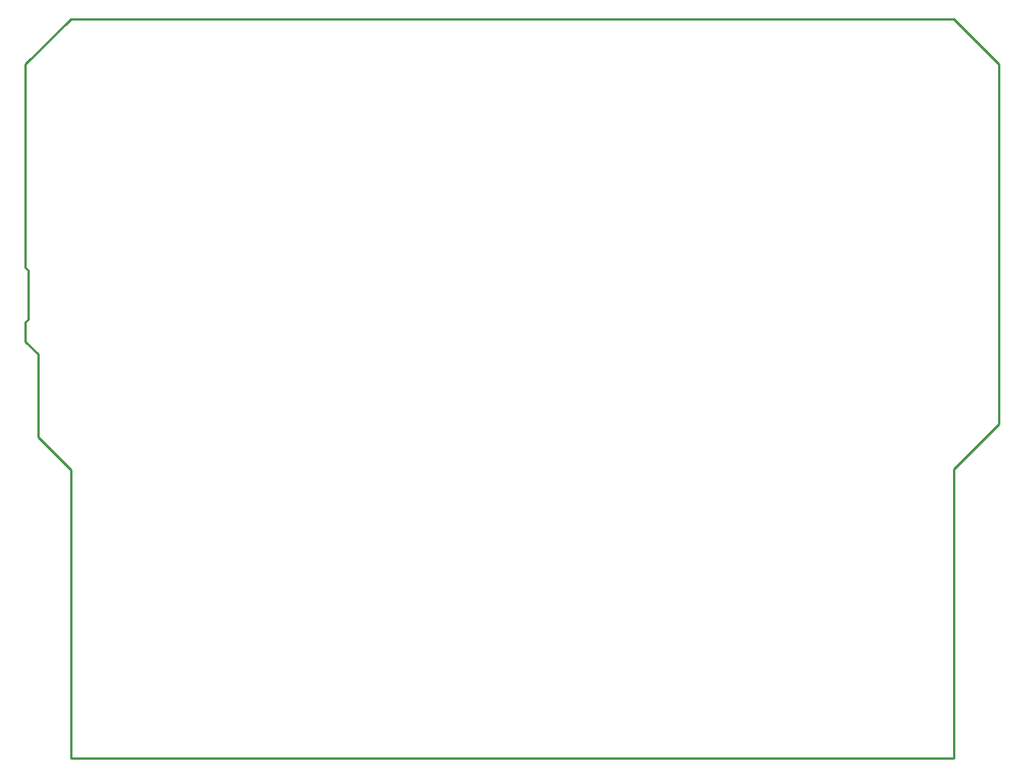
<source format=gbr>
%TF.GenerationSoftware,KiCad,Pcbnew,9.0.7*%
%TF.CreationDate,2026-02-04T16:30:55+00:00*%
%TF.ProjectId,FED3 tester - support,46454433-2074-4657-9374-6572202d2073,rev?*%
%TF.SameCoordinates,PX6146580PY6dc4960*%
%TF.FileFunction,Legend,Bot*%
%TF.FilePolarity,Positive*%
%FSLAX46Y46*%
G04 Gerber Fmt 4.6, Leading zero omitted, Abs format (unit mm)*
G04 Created by KiCad (PCBNEW 9.0.7) date 2026-02-04 16:30:55*
%MOMM*%
%LPD*%
G01*
G04 APERTURE LIST*
%TA.AperFunction,Profile*%
%ADD10C,0.250000*%
%TD*%
G04 APERTURE END LIST*
D10*
X-3600000Y35650000D02*
X-3600000Y44850000D01*
X98000000Y82050000D02*
X103000000Y77050000D01*
X-4720000Y54170000D02*
X-5000000Y54450000D01*
X-5000000Y77050000D02*
X0Y82050000D01*
X-4720000Y48730000D02*
X-4720000Y54170000D01*
X-5000000Y54450000D02*
X-5000000Y77050000D01*
X36000000Y82050000D02*
X62000000Y82050000D01*
X-5000000Y48450000D02*
X-4720000Y48730000D01*
X98000000Y32100000D02*
X98000000Y0D01*
X103000000Y37100000D02*
X98000000Y32100000D01*
X0Y32050000D02*
X-3600000Y35650000D01*
X0Y82050000D02*
X36000000Y82050000D01*
X-5000000Y46250000D02*
X-5000000Y48450000D01*
X103000000Y77050000D02*
X103000000Y37100000D01*
X98000000Y0D02*
X0Y0D01*
X0Y32050000D02*
X0Y0D01*
X-3600000Y44850000D02*
X-5000000Y46250000D01*
X62000000Y82050000D02*
X98000000Y82050000D01*
M02*

</source>
